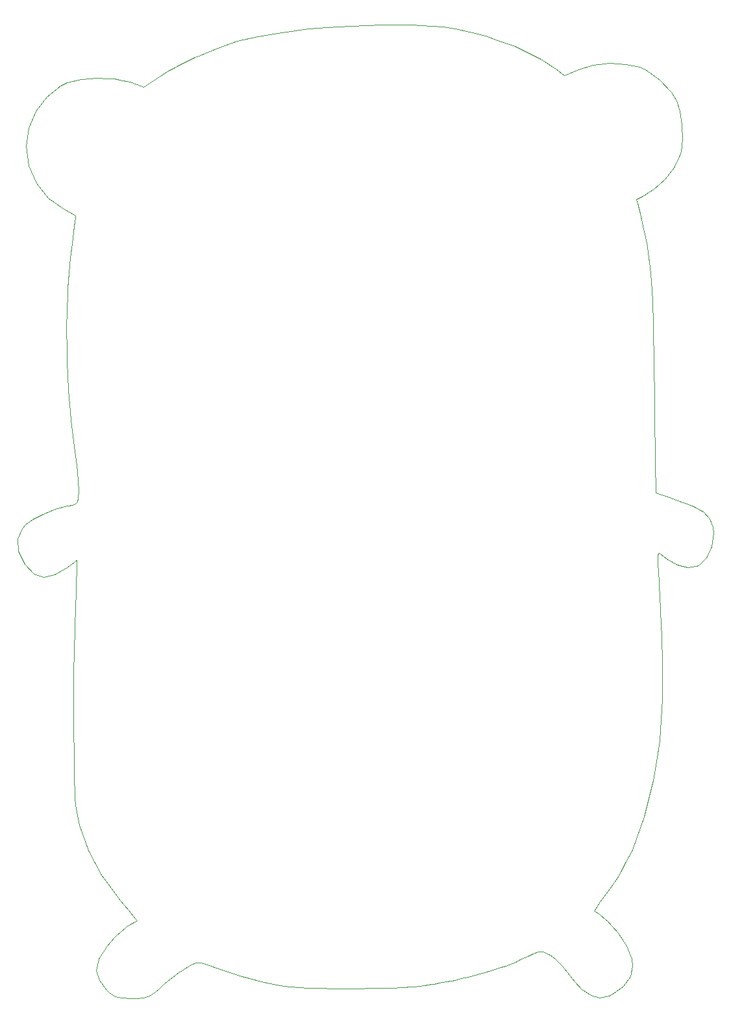
<source format=gbr>
G04 #@! TF.GenerationSoftware,KiCad,Pcbnew,8.0.5-8.0.5-0~ubuntu24.04.1*
G04 #@! TF.CreationDate,2024-10-05T12:13:45+09:00*
G04 #@! TF.ProjectId,gopher_rp2040_sw,676f7068-6572-45f7-9270-323034305f73,rev?*
G04 #@! TF.SameCoordinates,Original*
G04 #@! TF.FileFunction,Profile,NP*
%FSLAX46Y46*%
G04 Gerber Fmt 4.6, Leading zero omitted, Abs format (unit mm)*
G04 Created by KiCad (PCBNEW 8.0.5-8.0.5-0~ubuntu24.04.1) date 2024-10-05 12:13:45*
%MOMM*%
%LPD*%
G01*
G04 APERTURE LIST*
G04 #@! TA.AperFunction,Profile*
%ADD10C,0.050000*%
G04 #@! TD*
G04 APERTURE END LIST*
D10*
X163080000Y-126100000D02*
X162840000Y-127840000D01*
X163020000Y-125360000D02*
X163080000Y-126100000D01*
X162840000Y-127840000D02*
X162150000Y-129310000D01*
X162610000Y-124250000D02*
X163020000Y-125360000D01*
X162150000Y-129310000D02*
X161130000Y-130300000D01*
X161730000Y-123330000D02*
X162610000Y-124250000D01*
X161370000Y-123120000D02*
X161730000Y-123330000D01*
X161130000Y-130300000D02*
X160830000Y-130440000D01*
X160830000Y-130440000D02*
X159750000Y-130570000D01*
X160660000Y-122720000D02*
X161370000Y-123120000D01*
X160290000Y-122520000D02*
X160660000Y-122720000D01*
X159750000Y-130570000D02*
X158340000Y-130210000D01*
X159390000Y-122180000D02*
X160290000Y-122520000D01*
X159030000Y-74670000D02*
X158850000Y-76330000D01*
X158970000Y-72840000D02*
X159030000Y-74670000D01*
X158850000Y-76330000D02*
X158720000Y-76810000D01*
X158720000Y-76810000D02*
X157940000Y-78400000D01*
X158710000Y-71040000D02*
X158970000Y-72840000D01*
X158340000Y-130210000D02*
X157000000Y-129490000D01*
X158270000Y-69690000D02*
X158710000Y-71040000D01*
X158190000Y-121750000D02*
X159390000Y-122180000D01*
X157940000Y-78400000D02*
X156740000Y-79930000D01*
X157640000Y-68640000D02*
X158270000Y-69690000D01*
X157350000Y-121470000D02*
X158190000Y-121750000D01*
X157000000Y-129490000D02*
X156130000Y-128790000D01*
X156740000Y-79930000D02*
X155290000Y-81250000D01*
X156440000Y-147670000D02*
X156060000Y-153210000D01*
X156430000Y-145550000D02*
X156440000Y-147670000D01*
X156420000Y-143950000D02*
X156430000Y-145550000D01*
X156420000Y-142850000D02*
X156420000Y-143950000D01*
X156410000Y-141750000D02*
X156420000Y-142850000D01*
X156360000Y-140720000D02*
X156410000Y-141750000D01*
X156320000Y-139640000D02*
X156360000Y-140720000D01*
X156300000Y-121130000D02*
X157350000Y-121470000D01*
X156240000Y-137970000D02*
X156320000Y-139640000D01*
X156160000Y-136350000D02*
X156240000Y-137970000D01*
X156130000Y-128790000D02*
X156080000Y-128750000D01*
X156090000Y-66970000D02*
X157640000Y-68640000D01*
X156080000Y-128750000D02*
X155920000Y-128740000D01*
X156060000Y-153210000D02*
X155640000Y-155940000D01*
X156050000Y-134020000D02*
X156160000Y-136350000D01*
X156010000Y-133330000D02*
X156050000Y-134020000D01*
X155960000Y-132350000D02*
X156010000Y-133330000D01*
X155920000Y-128740000D02*
X155830000Y-129080000D01*
X155890000Y-131240000D02*
X155960000Y-132350000D01*
X155830000Y-130030000D02*
X155890000Y-131240000D01*
X155830000Y-129490000D02*
X155830000Y-130030000D01*
X155830000Y-129080000D02*
X155830000Y-129490000D01*
X155640000Y-155940000D02*
X155260000Y-158380000D01*
X155530000Y-120890000D02*
X156300000Y-121130000D01*
X155530000Y-119930000D02*
X155530000Y-120890000D01*
X155500000Y-117800000D02*
X155530000Y-119930000D01*
X155470000Y-115160000D02*
X155500000Y-117800000D01*
X155430000Y-111950000D02*
X155470000Y-115160000D01*
X155380000Y-108330000D02*
X155430000Y-111950000D01*
X155340000Y-104340000D02*
X155380000Y-108330000D01*
X155290000Y-81250000D02*
X154650000Y-81670000D01*
X155260000Y-158380000D02*
X154670000Y-160760000D01*
X155220000Y-98960000D02*
X155340000Y-104340000D01*
X155110000Y-95790000D02*
X155220000Y-98960000D01*
X154970000Y-93280000D02*
X155110000Y-95790000D01*
X154800000Y-91420000D02*
X154970000Y-93280000D01*
X154670000Y-160760000D02*
X154070000Y-163140000D01*
X154650000Y-81670000D02*
X154290000Y-81900000D01*
X154570000Y-89550000D02*
X154800000Y-91420000D01*
X154430000Y-88710000D02*
X154570000Y-89550000D01*
X154300000Y-87950000D02*
X154430000Y-88710000D01*
X154290000Y-81900000D02*
X153670000Y-82220000D01*
X154190000Y-65650000D02*
X156090000Y-66970000D01*
X154120000Y-87080000D02*
X154300000Y-87950000D01*
X154070000Y-163140000D02*
X152600000Y-167130000D01*
X153990000Y-86450000D02*
X154120000Y-87080000D01*
X153800000Y-85650000D02*
X153990000Y-86450000D01*
X153670000Y-82220000D02*
X153010000Y-82550000D01*
X153500000Y-84420000D02*
X153800000Y-85650000D01*
X153470000Y-65340000D02*
X154190000Y-65650000D01*
X153340000Y-83790000D02*
X153500000Y-84420000D01*
X153160000Y-83090000D02*
X153340000Y-83790000D01*
X153010000Y-82550000D02*
X153160000Y-83090000D01*
X152600000Y-167130000D02*
X152490000Y-167390000D01*
X152550000Y-182560000D02*
X152230000Y-183930000D01*
X152490000Y-167390000D02*
X151590000Y-169130000D01*
X152420000Y-181620000D02*
X152550000Y-182560000D01*
X152230000Y-183930000D02*
X151360000Y-185180000D01*
X151750000Y-179940000D02*
X152420000Y-181620000D01*
X151650000Y-64940000D02*
X153470000Y-65340000D01*
X151590000Y-169130000D02*
X151090000Y-170090000D01*
X151410000Y-179410000D02*
X151750000Y-179940000D01*
X151360000Y-185180000D02*
X150100000Y-186160000D01*
X151090000Y-170090000D02*
X150590000Y-171030000D01*
X150660000Y-178260000D02*
X151410000Y-179410000D01*
X150590000Y-171030000D02*
X149550000Y-172530000D01*
X150100000Y-186160000D02*
X149430000Y-186460000D01*
X149850000Y-177360000D02*
X150660000Y-178260000D01*
X149560000Y-64840000D02*
X151650000Y-64940000D01*
X149550000Y-172530000D02*
X148830000Y-173530000D01*
X149430000Y-186460000D02*
X148210000Y-186680000D01*
X149180000Y-176630000D02*
X149850000Y-177360000D01*
X149060000Y-176540000D02*
X149180000Y-176630000D01*
X148830000Y-173530000D02*
X148290000Y-174220000D01*
X148290000Y-174220000D02*
X147830000Y-174870000D01*
X148210000Y-186680000D02*
X147080000Y-186410000D01*
X148170000Y-175840000D02*
X149060000Y-176540000D01*
X147830000Y-174870000D02*
X147740000Y-175000000D01*
X147740000Y-175000000D02*
X147540000Y-175350000D01*
X147540000Y-175350000D02*
X148170000Y-175840000D01*
X147360000Y-65070000D02*
X149560000Y-64840000D01*
X147080000Y-186410000D02*
X145920000Y-185590000D01*
X145920000Y-185590000D02*
X145000000Y-184570000D01*
X145480000Y-65610000D02*
X147360000Y-65070000D01*
X145000000Y-184570000D02*
X144640000Y-184160000D01*
X144640000Y-184160000D02*
X144040000Y-183420000D01*
X144040000Y-183420000D02*
X143550000Y-182820000D01*
X143600000Y-66370000D02*
X145480000Y-65610000D01*
X143550000Y-182820000D02*
X143380000Y-182610000D01*
X143380000Y-182610000D02*
X142780000Y-182010000D01*
X142780000Y-182010000D02*
X142410000Y-181640000D01*
X142490000Y-65570000D02*
X143600000Y-66370000D01*
X142410000Y-181640000D02*
X141780000Y-181140000D01*
X141780000Y-181140000D02*
X141620000Y-181020000D01*
X141620000Y-181020000D02*
X140860000Y-180690000D01*
X140860000Y-180690000D02*
X140240000Y-180710000D01*
X140540000Y-64310000D02*
X142490000Y-65570000D01*
X140240000Y-180710000D02*
X139590000Y-180980000D01*
X139590000Y-180980000D02*
X139390000Y-181070000D01*
X139390000Y-181070000D02*
X138900000Y-181300000D01*
X138900000Y-181300000D02*
X138450000Y-181500000D01*
X138450000Y-181500000D02*
X137860000Y-181750000D01*
X137860000Y-181750000D02*
X137240000Y-182030000D01*
X137240000Y-182030000D02*
X136870000Y-182200000D01*
X137160000Y-62630000D02*
X140540000Y-64310000D01*
X136870000Y-182200000D02*
X136470000Y-182370000D01*
X136470000Y-182370000D02*
X136010000Y-182530000D01*
X136010000Y-182530000D02*
X135330000Y-182750000D01*
X135330000Y-182750000D02*
X134820000Y-182920000D01*
X134890000Y-61820000D02*
X137160000Y-62630000D01*
X134820000Y-182920000D02*
X134100000Y-183160000D01*
X134100000Y-183160000D02*
X133240000Y-183440000D01*
X133350000Y-61270000D02*
X134890000Y-61820000D01*
X133240000Y-183440000D02*
X132270000Y-183690000D01*
X132270000Y-183690000D02*
X131130000Y-183970000D01*
X131270000Y-60770000D02*
X133350000Y-61270000D01*
X131130000Y-183970000D02*
X130170000Y-184210000D01*
X130170000Y-184210000D02*
X129390000Y-184400000D01*
X129400000Y-60330000D02*
X131270000Y-60770000D01*
X129390000Y-184400000D02*
X128860000Y-184510000D01*
X128860000Y-184510000D02*
X128200000Y-184640000D01*
X128200000Y-184640000D02*
X127310000Y-184800000D01*
X127830000Y-60100000D02*
X129400000Y-60330000D01*
X127310000Y-184800000D02*
X126610000Y-184920000D01*
X126610000Y-184920000D02*
X126360000Y-184960000D01*
X126360000Y-184960000D02*
X125350000Y-185100000D01*
X125350000Y-185100000D02*
X124760000Y-185180000D01*
X124880000Y-59870000D02*
X127830000Y-60100000D01*
X124760000Y-185180000D02*
X124000000Y-185250000D01*
X124000000Y-185250000D02*
X123340000Y-185310000D01*
X123880000Y-59840000D02*
X124880000Y-59870000D01*
X123340000Y-185310000D02*
X123010000Y-185340000D01*
X123010000Y-185340000D02*
X122250000Y-185370000D01*
X122250000Y-185370000D02*
X121330000Y-185420000D01*
X121470000Y-59790000D02*
X123880000Y-59840000D01*
X121330000Y-185420000D02*
X120400000Y-185440000D01*
X120400000Y-185440000D02*
X119140000Y-185480000D01*
X119780000Y-59810000D02*
X121470000Y-59790000D01*
X119140000Y-185480000D02*
X118280000Y-185490000D01*
X118280000Y-185490000D02*
X116760000Y-185500000D01*
X117790000Y-59850000D02*
X119780000Y-59810000D01*
X116760000Y-185500000D02*
X115690000Y-185500000D01*
X115800000Y-59950000D02*
X117790000Y-59850000D01*
X115690000Y-185500000D02*
X113610000Y-185500000D01*
X114070000Y-60040000D02*
X115800000Y-59950000D01*
X113610000Y-185500000D02*
X111920000Y-185490000D01*
X112730000Y-60150000D02*
X114070000Y-60040000D01*
X111920000Y-185490000D02*
X110060000Y-185430000D01*
X110310000Y-60350000D02*
X112730000Y-60150000D01*
X110060000Y-185430000D02*
X109250000Y-185400000D01*
X109250000Y-185400000D02*
X107920000Y-185300000D01*
X107920000Y-185300000D02*
X106580000Y-185110000D01*
X106790000Y-60790000D02*
X110310000Y-60350000D01*
X106580000Y-185110000D02*
X105270000Y-184870000D01*
X105270000Y-184870000D02*
X104090000Y-184590000D01*
X104090000Y-184590000D02*
X102530000Y-184200000D01*
X103650000Y-61320000D02*
X106790000Y-60790000D01*
X102530000Y-184200000D02*
X101560000Y-183920000D01*
X101560000Y-183920000D02*
X100510000Y-183620000D01*
X101000000Y-61960000D02*
X103650000Y-61320000D01*
X100510000Y-183620000D02*
X98980000Y-183120000D01*
X98980000Y-183120000D02*
X98240000Y-182840000D01*
X98390000Y-62850000D02*
X101000000Y-61960000D01*
X98240000Y-182840000D02*
X97550000Y-182570000D01*
X97550000Y-182570000D02*
X97100000Y-182390000D01*
X97100000Y-182390000D02*
X96810000Y-182300000D01*
X96810000Y-182300000D02*
X96190000Y-182130000D01*
X96190000Y-182130000D02*
X95600000Y-182160000D01*
X95980000Y-63830000D02*
X98390000Y-62850000D01*
X95600000Y-182160000D02*
X94980000Y-182400000D01*
X95490000Y-64050000D02*
X95980000Y-63830000D01*
X94980000Y-182400000D02*
X94710000Y-182530000D01*
X94710000Y-182530000D02*
X94000000Y-182970000D01*
X94000000Y-182970000D02*
X93740000Y-183130000D01*
X93740000Y-183130000D02*
X93350000Y-183420000D01*
X93350000Y-183420000D02*
X92600000Y-183980000D01*
X93120000Y-65200000D02*
X95490000Y-64050000D01*
X92810000Y-65380000D02*
X93120000Y-65200000D01*
X92600000Y-183980000D02*
X91920000Y-184550000D01*
X92000000Y-65840000D02*
X92810000Y-65380000D01*
X91920000Y-184550000D02*
X91430000Y-184960000D01*
X91430000Y-184960000D02*
X90770000Y-185540000D01*
X90800000Y-66560000D02*
X92000000Y-65840000D01*
X90770000Y-185540000D02*
X90310000Y-185930000D01*
X90310000Y-185930000D02*
X89510000Y-186480000D01*
X89740000Y-67260000D02*
X90800000Y-66560000D01*
X89510000Y-186480000D02*
X88740000Y-186740000D01*
X88750000Y-67930000D02*
X89740000Y-67260000D01*
X88740000Y-186740000D02*
X87780000Y-186820000D01*
X87930000Y-67620000D02*
X88750000Y-67930000D01*
X87920000Y-176680000D02*
X87680000Y-176400000D01*
X87780000Y-186820000D02*
X87230000Y-186820000D01*
X87680000Y-176400000D02*
X86790000Y-175330000D01*
X87470000Y-176920000D02*
X87920000Y-176680000D01*
X87230000Y-186820000D02*
X85920000Y-186760000D01*
X86980000Y-177180000D02*
X87470000Y-176920000D01*
X86960000Y-67270000D02*
X87930000Y-67620000D01*
X86790000Y-175330000D02*
X85700000Y-174020000D01*
X86580000Y-177430000D02*
X86980000Y-177180000D01*
X86380000Y-177590000D02*
X86580000Y-177430000D01*
X85920000Y-186760000D02*
X85050000Y-186540000D01*
X85700000Y-174020000D02*
X85010000Y-173080000D01*
X85660000Y-66990000D02*
X86960000Y-67270000D01*
X85200000Y-178580000D02*
X86380000Y-177590000D01*
X85050000Y-186540000D02*
X84310000Y-186050000D01*
X85010000Y-173080000D02*
X83600000Y-171130000D01*
X84990000Y-66850000D02*
X85660000Y-66990000D01*
X84960000Y-178870000D02*
X85200000Y-178580000D01*
X84310000Y-186050000D02*
X83970000Y-185730000D01*
X84100000Y-66800000D02*
X84990000Y-66850000D01*
X83980000Y-179990000D02*
X84960000Y-178870000D01*
X83970000Y-185730000D02*
X82970000Y-184460000D01*
X83690000Y-180460000D02*
X83980000Y-179990000D01*
X83600000Y-171130000D02*
X83280000Y-170710000D01*
X83280000Y-170710000D02*
X81530000Y-167460000D01*
X83050000Y-181470000D02*
X83690000Y-180460000D01*
X82970000Y-184460000D02*
X82610000Y-183130000D01*
X82950000Y-181680000D02*
X83050000Y-181470000D01*
X82780000Y-66720000D02*
X84100000Y-66800000D01*
X82610000Y-183130000D02*
X82950000Y-181680000D01*
X81530000Y-167460000D02*
X80360000Y-164220000D01*
X80620000Y-66900000D02*
X82780000Y-66720000D01*
X80360000Y-164220000D02*
X79950000Y-162120000D01*
X80280000Y-120570000D02*
X80220000Y-119290000D01*
X80250000Y-121490000D02*
X80280000Y-120570000D01*
X80220000Y-119290000D02*
X80090000Y-118080000D01*
X80110000Y-122060000D02*
X80250000Y-121490000D01*
X80090000Y-118080000D02*
X79930000Y-116590000D01*
X80040000Y-130350000D02*
X80020000Y-129900000D01*
X80020000Y-131170000D02*
X80040000Y-130350000D01*
X80020000Y-129900000D02*
X80020000Y-129680000D01*
X80020000Y-129680000D02*
X79880000Y-129770000D01*
X79980000Y-132390000D02*
X80020000Y-131170000D01*
X79950000Y-162120000D02*
X79830000Y-160700000D01*
X79930000Y-133730000D02*
X79980000Y-132390000D01*
X79930000Y-116590000D02*
X79780000Y-115400000D01*
X79880000Y-129770000D02*
X79680000Y-129890000D01*
X79880000Y-122320000D02*
X80110000Y-122060000D01*
X79870000Y-84660000D02*
X79460000Y-84410000D01*
X79860000Y-85000000D02*
X79870000Y-84660000D01*
X79850000Y-135810000D02*
X79930000Y-133730000D01*
X79830000Y-160700000D02*
X79720000Y-157450000D01*
X79810000Y-85500000D02*
X79860000Y-85000000D01*
X79780000Y-115400000D02*
X79710000Y-114790000D01*
X79770000Y-138300000D02*
X79850000Y-135810000D01*
X79720000Y-157450000D02*
X79690000Y-156360000D01*
X79710000Y-141770000D02*
X79770000Y-138300000D01*
X79710000Y-114790000D02*
X79520000Y-113370000D01*
X79690000Y-156360000D02*
X79670000Y-154610000D01*
X79680000Y-129890000D02*
X78760000Y-130580000D01*
X79670000Y-154610000D02*
X79640000Y-152210000D01*
X79660000Y-144030000D02*
X79710000Y-141770000D01*
X79660000Y-86820000D02*
X79810000Y-85500000D01*
X79650000Y-145680000D02*
X79660000Y-144030000D01*
X79640000Y-152210000D02*
X79640000Y-151440000D01*
X79640000Y-151440000D02*
X79640000Y-149900000D01*
X79640000Y-149900000D02*
X79630000Y-147610000D01*
X79630000Y-147610000D02*
X79650000Y-145680000D01*
X79520000Y-113370000D02*
X79320000Y-111370000D01*
X79470000Y-122440000D02*
X79880000Y-122320000D01*
X79460000Y-84410000D02*
X78300000Y-83800000D01*
X79450000Y-88380000D02*
X79660000Y-86820000D01*
X79320000Y-111370000D02*
X79210000Y-110250000D01*
X79210000Y-110250000D02*
X78970000Y-107510000D01*
X79210000Y-90190000D02*
X79450000Y-88380000D01*
X79030000Y-92150000D02*
X79210000Y-90190000D01*
X78970000Y-107510000D02*
X78860000Y-105560000D01*
X78960000Y-122520000D02*
X79470000Y-122440000D01*
X78860000Y-105560000D02*
X78760000Y-103780000D01*
X78850000Y-94220000D02*
X79030000Y-92150000D01*
X78820000Y-95010000D02*
X78850000Y-94220000D01*
X78790000Y-67370000D02*
X80620000Y-66900000D01*
X78760000Y-130580000D02*
X77910000Y-131100000D01*
X78760000Y-122560000D02*
X78960000Y-122520000D01*
X78760000Y-103780000D02*
X78750000Y-102160000D01*
X78760000Y-96960000D02*
X78820000Y-95010000D01*
X78750000Y-102160000D02*
X78710000Y-99510000D01*
X78710000Y-99510000D02*
X78760000Y-96960000D01*
X78300000Y-83800000D02*
X76310000Y-82370000D01*
X77920000Y-67780000D02*
X78790000Y-67370000D01*
X77910000Y-131100000D02*
X77160000Y-131560000D01*
X77290000Y-122990000D02*
X78760000Y-122560000D01*
X77160000Y-131560000D02*
X75730000Y-131850000D01*
X76310000Y-82370000D02*
X74770000Y-80440000D01*
X76110000Y-69170000D02*
X77920000Y-67780000D01*
X75730000Y-131850000D02*
X74420000Y-131410000D01*
X75680000Y-123630000D02*
X77290000Y-122990000D01*
X74770000Y-80440000D02*
X73770000Y-78180000D01*
X74690000Y-71030000D02*
X76110000Y-69170000D01*
X74420000Y-131410000D02*
X73270000Y-130190000D01*
X74290000Y-124350000D02*
X75680000Y-123630000D01*
X73770000Y-78180000D02*
X73410000Y-75670000D01*
X73740000Y-73260000D02*
X74690000Y-71030000D01*
X73410000Y-75670000D02*
X73740000Y-73260000D01*
X73340000Y-125030000D02*
X74290000Y-124350000D01*
X73270000Y-130190000D02*
X72450000Y-128460000D01*
X72940000Y-125500000D02*
X73340000Y-125030000D01*
X72450000Y-128460000D02*
X72350000Y-126890000D01*
X72350000Y-126890000D02*
X72940000Y-125500000D01*
M02*

</source>
